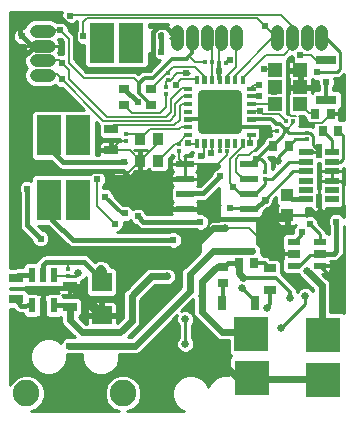
<source format=gtl>
G75*
%MOIN*%
%OFA0B0*%
%FSLAX24Y24*%
%IPPOS*%
%LPD*%
%AMOC8*
5,1,8,0,0,1.08239X$1,22.5*
%
%ADD10R,0.1167X0.1166*%
%ADD11R,0.0842X0.1376*%
%ADD12R,0.0842X0.1376*%
%ADD13C,0.0028*%
%ADD14C,0.0291*%
%ADD15R,0.0118X0.0118*%
%ADD16R,0.0472X0.0472*%
%ADD17R,0.0276X0.0354*%
%ADD18R,0.0709X0.0630*%
%ADD19R,0.0472X0.0315*%
%ADD20R,0.0354X0.0394*%
%ADD21R,0.0244X0.0480*%
%ADD22R,0.0669X0.0315*%
%ADD23R,0.0472X0.0197*%
%ADD24R,0.0197X0.0472*%
%ADD25R,0.0394X0.0433*%
%ADD26R,0.0610X0.0236*%
%ADD27C,0.0437*%
%ADD28R,0.0354X0.0315*%
%ADD29R,0.0130X0.0142*%
%ADD30R,0.0142X0.0130*%
%ADD31R,0.0354X0.0276*%
%ADD32C,0.0886*%
%ADD33R,0.0280X0.0500*%
%ADD34R,0.0400X0.0280*%
%ADD35R,0.0433X0.0236*%
%ADD36R,0.0433X0.0276*%
%ADD37C,0.0060*%
%ADD38C,0.0100*%
%ADD39C,0.0240*%
%ADD40C,0.0160*%
%ADD41C,0.0120*%
%ADD42C,0.0180*%
%ADD43C,0.0050*%
%ADD44C,0.0320*%
%ADD45C,0.0240*%
%ADD46C,0.0080*%
%ADD47C,0.0250*%
D10*
X009258Y002049D03*
X009248Y003529D03*
X011648Y003499D03*
X011648Y001979D03*
D11*
X002505Y007992D03*
D12*
X003478Y007992D03*
X003474Y010138D03*
X002497Y010138D03*
X004261Y013232D03*
X005236Y013230D03*
D13*
X006995Y011658D02*
X007243Y011658D01*
X006995Y011658D02*
X006995Y011768D01*
X007243Y011768D01*
X007243Y011658D01*
X007243Y011685D02*
X006995Y011685D01*
X006995Y011712D02*
X007243Y011712D01*
X007243Y011739D02*
X006995Y011739D01*
X006995Y011766D02*
X007243Y011766D01*
X007359Y011884D02*
X007469Y011884D01*
X007359Y011884D02*
X007359Y012132D01*
X007469Y012132D01*
X007469Y011884D01*
X007469Y011911D02*
X007359Y011911D01*
X007359Y011938D02*
X007469Y011938D01*
X007469Y011965D02*
X007359Y011965D01*
X007359Y011992D02*
X007469Y011992D01*
X007469Y012019D02*
X007359Y012019D01*
X007359Y012046D02*
X007469Y012046D01*
X007469Y012073D02*
X007359Y012073D01*
X007359Y012100D02*
X007469Y012100D01*
X007469Y012127D02*
X007359Y012127D01*
X007615Y011884D02*
X007725Y011884D01*
X007615Y011884D02*
X007615Y012132D01*
X007725Y012132D01*
X007725Y011884D01*
X007725Y011911D02*
X007615Y011911D01*
X007615Y011938D02*
X007725Y011938D01*
X007725Y011965D02*
X007615Y011965D01*
X007615Y011992D02*
X007725Y011992D01*
X007725Y012019D02*
X007615Y012019D01*
X007615Y012046D02*
X007725Y012046D01*
X007725Y012073D02*
X007615Y012073D01*
X007615Y012100D02*
X007725Y012100D01*
X007725Y012127D02*
X007615Y012127D01*
X007871Y011884D02*
X007981Y011884D01*
X007871Y011884D02*
X007871Y012132D01*
X007981Y012132D01*
X007981Y011884D01*
X007981Y011911D02*
X007871Y011911D01*
X007871Y011938D02*
X007981Y011938D01*
X007981Y011965D02*
X007871Y011965D01*
X007871Y011992D02*
X007981Y011992D01*
X007981Y012019D02*
X007871Y012019D01*
X007871Y012046D02*
X007981Y012046D01*
X007981Y012073D02*
X007871Y012073D01*
X007871Y012100D02*
X007981Y012100D01*
X007981Y012127D02*
X007871Y012127D01*
X008127Y011884D02*
X008237Y011884D01*
X008127Y011884D02*
X008127Y012132D01*
X008237Y012132D01*
X008237Y011884D01*
X008237Y011911D02*
X008127Y011911D01*
X008127Y011938D02*
X008237Y011938D01*
X008237Y011965D02*
X008127Y011965D01*
X008127Y011992D02*
X008237Y011992D01*
X008237Y012019D02*
X008127Y012019D01*
X008127Y012046D02*
X008237Y012046D01*
X008237Y012073D02*
X008127Y012073D01*
X008127Y012100D02*
X008237Y012100D01*
X008237Y012127D02*
X008127Y012127D01*
X008383Y011884D02*
X008493Y011884D01*
X008383Y011884D02*
X008383Y012132D01*
X008493Y012132D01*
X008493Y011884D01*
X008493Y011911D02*
X008383Y011911D01*
X008383Y011938D02*
X008493Y011938D01*
X008493Y011965D02*
X008383Y011965D01*
X008383Y011992D02*
X008493Y011992D01*
X008493Y012019D02*
X008383Y012019D01*
X008383Y012046D02*
X008493Y012046D01*
X008493Y012073D02*
X008383Y012073D01*
X008383Y012100D02*
X008493Y012100D01*
X008493Y012127D02*
X008383Y012127D01*
X008638Y011884D02*
X008748Y011884D01*
X008638Y011884D02*
X008638Y012132D01*
X008748Y012132D01*
X008748Y011884D01*
X008748Y011911D02*
X008638Y011911D01*
X008638Y011938D02*
X008748Y011938D01*
X008748Y011965D02*
X008638Y011965D01*
X008638Y011992D02*
X008748Y011992D01*
X008748Y012019D02*
X008638Y012019D01*
X008638Y012046D02*
X008748Y012046D01*
X008748Y012073D02*
X008638Y012073D01*
X008638Y012100D02*
X008748Y012100D01*
X008748Y012127D02*
X008638Y012127D01*
X008894Y011884D02*
X009004Y011884D01*
X008894Y011884D02*
X008894Y012132D01*
X009004Y012132D01*
X009004Y011884D01*
X009004Y011911D02*
X008894Y011911D01*
X008894Y011938D02*
X009004Y011938D01*
X009004Y011965D02*
X008894Y011965D01*
X008894Y011992D02*
X009004Y011992D01*
X009004Y012019D02*
X008894Y012019D01*
X008894Y012046D02*
X009004Y012046D01*
X009004Y012073D02*
X008894Y012073D01*
X008894Y012100D02*
X009004Y012100D01*
X009004Y012127D02*
X008894Y012127D01*
X009121Y011658D02*
X009369Y011658D01*
X009121Y011658D02*
X009121Y011768D01*
X009369Y011768D01*
X009369Y011658D01*
X009369Y011685D02*
X009121Y011685D01*
X009121Y011712D02*
X009369Y011712D01*
X009369Y011739D02*
X009121Y011739D01*
X009121Y011766D02*
X009369Y011766D01*
X009369Y011402D02*
X009121Y011402D01*
X009121Y011512D01*
X009369Y011512D01*
X009369Y011402D01*
X009369Y011429D02*
X009121Y011429D01*
X009121Y011456D02*
X009369Y011456D01*
X009369Y011483D02*
X009121Y011483D01*
X009121Y011510D02*
X009369Y011510D01*
X009369Y011146D02*
X009121Y011146D01*
X009121Y011256D01*
X009369Y011256D01*
X009369Y011146D01*
X009369Y011173D02*
X009121Y011173D01*
X009121Y011200D02*
X009369Y011200D01*
X009369Y011227D02*
X009121Y011227D01*
X009121Y011254D02*
X009369Y011254D01*
X009369Y010890D02*
X009121Y010890D01*
X009121Y011000D01*
X009369Y011000D01*
X009369Y010890D01*
X009369Y010917D02*
X009121Y010917D01*
X009121Y010944D02*
X009369Y010944D01*
X009369Y010971D02*
X009121Y010971D01*
X009121Y010998D02*
X009369Y010998D01*
X009369Y010634D02*
X009121Y010634D01*
X009121Y010744D01*
X009369Y010744D01*
X009369Y010634D01*
X009369Y010661D02*
X009121Y010661D01*
X009121Y010688D02*
X009369Y010688D01*
X009369Y010715D02*
X009121Y010715D01*
X009121Y010742D02*
X009369Y010742D01*
X009369Y010379D02*
X009121Y010379D01*
X009121Y010489D01*
X009369Y010489D01*
X009369Y010379D01*
X009369Y010406D02*
X009121Y010406D01*
X009121Y010433D02*
X009369Y010433D01*
X009369Y010460D02*
X009121Y010460D01*
X009121Y010487D02*
X009369Y010487D01*
X009369Y010123D02*
X009121Y010123D01*
X009121Y010233D01*
X009369Y010233D01*
X009369Y010123D01*
X009369Y010150D02*
X009121Y010150D01*
X009121Y010177D02*
X009369Y010177D01*
X009369Y010204D02*
X009121Y010204D01*
X009121Y010231D02*
X009369Y010231D01*
X009004Y009758D02*
X008894Y009758D01*
X008894Y010006D01*
X009004Y010006D01*
X009004Y009758D01*
X009004Y009785D02*
X008894Y009785D01*
X008894Y009812D02*
X009004Y009812D01*
X009004Y009839D02*
X008894Y009839D01*
X008894Y009866D02*
X009004Y009866D01*
X009004Y009893D02*
X008894Y009893D01*
X008894Y009920D02*
X009004Y009920D01*
X009004Y009947D02*
X008894Y009947D01*
X008894Y009974D02*
X009004Y009974D01*
X009004Y010001D02*
X008894Y010001D01*
X008748Y009758D02*
X008638Y009758D01*
X008638Y010006D01*
X008748Y010006D01*
X008748Y009758D01*
X008748Y009785D02*
X008638Y009785D01*
X008638Y009812D02*
X008748Y009812D01*
X008748Y009839D02*
X008638Y009839D01*
X008638Y009866D02*
X008748Y009866D01*
X008748Y009893D02*
X008638Y009893D01*
X008638Y009920D02*
X008748Y009920D01*
X008748Y009947D02*
X008638Y009947D01*
X008638Y009974D02*
X008748Y009974D01*
X008748Y010001D02*
X008638Y010001D01*
X008493Y009758D02*
X008383Y009758D01*
X008383Y010006D01*
X008493Y010006D01*
X008493Y009758D01*
X008493Y009785D02*
X008383Y009785D01*
X008383Y009812D02*
X008493Y009812D01*
X008493Y009839D02*
X008383Y009839D01*
X008383Y009866D02*
X008493Y009866D01*
X008493Y009893D02*
X008383Y009893D01*
X008383Y009920D02*
X008493Y009920D01*
X008493Y009947D02*
X008383Y009947D01*
X008383Y009974D02*
X008493Y009974D01*
X008493Y010001D02*
X008383Y010001D01*
X008237Y009758D02*
X008127Y009758D01*
X008127Y010006D01*
X008237Y010006D01*
X008237Y009758D01*
X008237Y009785D02*
X008127Y009785D01*
X008127Y009812D02*
X008237Y009812D01*
X008237Y009839D02*
X008127Y009839D01*
X008127Y009866D02*
X008237Y009866D01*
X008237Y009893D02*
X008127Y009893D01*
X008127Y009920D02*
X008237Y009920D01*
X008237Y009947D02*
X008127Y009947D01*
X008127Y009974D02*
X008237Y009974D01*
X008237Y010001D02*
X008127Y010001D01*
X007981Y009758D02*
X007871Y009758D01*
X007871Y010006D01*
X007981Y010006D01*
X007981Y009758D01*
X007981Y009785D02*
X007871Y009785D01*
X007871Y009812D02*
X007981Y009812D01*
X007981Y009839D02*
X007871Y009839D01*
X007871Y009866D02*
X007981Y009866D01*
X007981Y009893D02*
X007871Y009893D01*
X007871Y009920D02*
X007981Y009920D01*
X007981Y009947D02*
X007871Y009947D01*
X007871Y009974D02*
X007981Y009974D01*
X007981Y010001D02*
X007871Y010001D01*
X007725Y009758D02*
X007615Y009758D01*
X007615Y010006D01*
X007725Y010006D01*
X007725Y009758D01*
X007725Y009785D02*
X007615Y009785D01*
X007615Y009812D02*
X007725Y009812D01*
X007725Y009839D02*
X007615Y009839D01*
X007615Y009866D02*
X007725Y009866D01*
X007725Y009893D02*
X007615Y009893D01*
X007615Y009920D02*
X007725Y009920D01*
X007725Y009947D02*
X007615Y009947D01*
X007615Y009974D02*
X007725Y009974D01*
X007725Y010001D02*
X007615Y010001D01*
X007469Y009758D02*
X007359Y009758D01*
X007359Y010006D01*
X007469Y010006D01*
X007469Y009758D01*
X007469Y009785D02*
X007359Y009785D01*
X007359Y009812D02*
X007469Y009812D01*
X007469Y009839D02*
X007359Y009839D01*
X007359Y009866D02*
X007469Y009866D01*
X007469Y009893D02*
X007359Y009893D01*
X007359Y009920D02*
X007469Y009920D01*
X007469Y009947D02*
X007359Y009947D01*
X007359Y009974D02*
X007469Y009974D01*
X007469Y010001D02*
X007359Y010001D01*
X007243Y010123D02*
X006995Y010123D01*
X006995Y010233D01*
X007243Y010233D01*
X007243Y010123D01*
X007243Y010150D02*
X006995Y010150D01*
X006995Y010177D02*
X007243Y010177D01*
X007243Y010204D02*
X006995Y010204D01*
X006995Y010231D02*
X007243Y010231D01*
X007243Y010379D02*
X006995Y010379D01*
X006995Y010489D01*
X007243Y010489D01*
X007243Y010379D01*
X007243Y010406D02*
X006995Y010406D01*
X006995Y010433D02*
X007243Y010433D01*
X007243Y010460D02*
X006995Y010460D01*
X006995Y010487D02*
X007243Y010487D01*
X007243Y010634D02*
X006995Y010634D01*
X006995Y010744D01*
X007243Y010744D01*
X007243Y010634D01*
X007243Y010661D02*
X006995Y010661D01*
X006995Y010688D02*
X007243Y010688D01*
X007243Y010715D02*
X006995Y010715D01*
X006995Y010742D02*
X007243Y010742D01*
X007243Y010890D02*
X006995Y010890D01*
X006995Y011000D01*
X007243Y011000D01*
X007243Y010890D01*
X007243Y010917D02*
X006995Y010917D01*
X006995Y010944D02*
X007243Y010944D01*
X007243Y010971D02*
X006995Y010971D01*
X006995Y010998D02*
X007243Y010998D01*
X007243Y011146D02*
X006995Y011146D01*
X006995Y011256D01*
X007243Y011256D01*
X007243Y011146D01*
X007243Y011173D02*
X006995Y011173D01*
X006995Y011200D02*
X007243Y011200D01*
X007243Y011227D02*
X006995Y011227D01*
X006995Y011254D02*
X007243Y011254D01*
X007243Y011402D02*
X006995Y011402D01*
X006995Y011512D01*
X007243Y011512D01*
X007243Y011402D01*
X007243Y011429D02*
X006995Y011429D01*
X006995Y011456D02*
X007243Y011456D01*
X007243Y011483D02*
X006995Y011483D01*
X006995Y011510D02*
X007243Y011510D01*
D14*
X007599Y010362D02*
X008765Y010362D01*
X007599Y010362D02*
X007599Y011528D01*
X008765Y011528D01*
X008765Y010362D01*
X008765Y010652D02*
X007599Y010652D01*
X007599Y010942D02*
X008765Y010942D01*
X008765Y011232D02*
X007599Y011232D01*
X007599Y011522D02*
X008765Y011522D01*
D15*
X008407Y012542D03*
X008171Y012542D03*
X007935Y012587D03*
X007699Y012587D03*
X006474Y012209D03*
X006474Y011972D03*
X006411Y011766D03*
X006411Y011530D03*
X009712Y008920D03*
X009712Y008684D03*
X010418Y010609D03*
X010654Y010609D03*
X003129Y005680D03*
X003129Y005444D03*
D16*
X010048Y011181D03*
X010049Y011749D03*
X010047Y012318D03*
X010874Y012318D03*
X010876Y011749D03*
X010874Y011181D03*
D17*
X011386Y010859D03*
X011898Y010859D03*
X012137Y010291D03*
X011625Y010291D03*
X010497Y009776D03*
X009985Y009776D03*
X009337Y005888D03*
X008825Y005888D03*
D18*
X004265Y005251D03*
X004265Y004148D03*
D19*
X003194Y004411D03*
X003194Y005120D03*
X001390Y005386D03*
X001390Y004677D03*
X004567Y009647D03*
X004567Y010355D03*
D20*
X005543Y010029D03*
X006153Y010029D03*
X006153Y009301D03*
X005543Y009301D03*
D21*
X002673Y005494D03*
X002299Y005494D03*
X001925Y005494D03*
X001925Y004470D03*
X002299Y004470D03*
X002673Y004470D03*
D22*
X011754Y011314D03*
X011754Y012652D03*
D23*
X011936Y009577D03*
X011936Y009262D03*
X011936Y008947D03*
X011936Y008632D03*
X011936Y008317D03*
X011936Y008002D03*
X011070Y008002D03*
X011070Y008317D03*
X011070Y008632D03*
X011070Y008947D03*
X011070Y009262D03*
X011070Y009577D03*
D24*
X011503Y009616D03*
X011503Y007963D03*
D25*
X010451Y008149D03*
X010451Y007480D03*
D26*
X009159Y007683D03*
X009159Y008183D03*
X009159Y008683D03*
X009159Y009183D03*
X007033Y009183D03*
X007033Y008683D03*
X007033Y008183D03*
X007033Y007683D03*
D27*
X002501Y012146D02*
X002064Y012146D01*
X002064Y012638D02*
X002501Y012638D01*
X002501Y013130D02*
X002064Y013130D01*
X002064Y013622D02*
X002501Y013622D01*
X006777Y013619D02*
X006777Y013183D01*
X007269Y013183D02*
X007269Y013619D01*
X007761Y013619D02*
X007761Y013183D01*
X008253Y013183D02*
X008253Y013619D01*
X008745Y013619D02*
X008745Y013183D01*
X010111Y013183D02*
X010111Y013619D01*
X010603Y013619D02*
X010603Y013183D01*
X011095Y013183D02*
X011095Y013619D01*
X011587Y013619D02*
X011587Y013183D01*
D28*
X005912Y011696D03*
X005912Y011144D03*
X005006Y011144D03*
X005006Y011696D03*
D29*
X005074Y010179D03*
X005074Y009958D03*
X006841Y009840D03*
X006841Y009620D03*
X010095Y010296D03*
X010095Y010516D03*
X011099Y010223D03*
X011099Y010003D03*
D30*
X008443Y009605D03*
X008223Y009605D03*
D31*
X008321Y005744D03*
X008321Y005232D03*
D32*
X001752Y001538D03*
X004970Y001542D03*
D33*
X008281Y004558D03*
X009381Y004558D03*
D34*
X009871Y004993D03*
X009871Y005723D03*
D35*
X010658Y005794D03*
X010658Y006582D03*
X011524Y006582D03*
X011524Y005794D03*
D36*
X011524Y006188D03*
X010658Y006188D03*
D37*
X009159Y008183D02*
X008874Y008204D01*
X008649Y008426D01*
X008534Y008540D01*
X008532Y009343D01*
X008949Y009760D01*
X008949Y009882D01*
X008949Y009806D01*
X008954Y009878D02*
X008949Y009882D01*
X009191Y009888D02*
X009191Y010124D01*
X009245Y010178D01*
X009677Y009970D02*
X009681Y009970D01*
X009677Y009970D02*
X009819Y010112D01*
X009819Y010280D01*
X010070Y010282D01*
X010095Y010296D01*
X010392Y010321D02*
X010392Y010324D01*
X010435Y010324D01*
X010650Y010539D01*
X010654Y010609D01*
X010729Y010798D02*
X010571Y010798D01*
X010471Y010898D01*
X010471Y011608D01*
X010611Y011748D01*
X010875Y011748D01*
X010876Y011749D01*
X010882Y011755D01*
X010874Y012318D02*
X010791Y012314D01*
X010602Y012638D01*
X010889Y012805D02*
X011242Y012805D01*
X011394Y012652D01*
X011754Y012652D01*
X011685Y011994D02*
X011751Y011928D01*
X010619Y013104D02*
X010619Y013780D01*
X010231Y014168D01*
X003273Y014168D01*
X003239Y014202D01*
X003205Y014126D01*
X003655Y013925D02*
X003655Y013441D01*
X003655Y013925D02*
X003777Y014046D01*
X009441Y014047D01*
X010085Y013404D01*
X010094Y013395D01*
X010085Y013404D02*
X009983Y013404D01*
X008691Y012112D01*
X008441Y012108D02*
X008441Y012012D01*
X008438Y012008D01*
X008441Y012108D02*
X008745Y012412D01*
X008745Y013401D01*
X008253Y013401D02*
X008241Y013413D01*
X008171Y013343D01*
X008171Y012542D01*
X007935Y012587D02*
X007935Y013227D01*
X007761Y013401D01*
X008240Y013388D02*
X008253Y013401D01*
X007935Y012587D02*
X007935Y012018D01*
X007926Y012008D01*
X007920Y012014D01*
X008161Y012029D02*
X008182Y012008D01*
X008171Y012008D02*
X008181Y011988D01*
X008182Y012278D01*
X008161Y012029D02*
X008171Y012008D01*
X007671Y012010D02*
X007670Y012008D01*
X007661Y012017D01*
X007661Y012118D01*
X007358Y012422D01*
X006649Y012422D01*
X006474Y012247D01*
X006474Y012209D01*
X006425Y012209D01*
X005912Y011696D01*
X005505Y011880D02*
X005324Y012061D01*
X003670Y012061D01*
X003171Y012560D01*
X003171Y013356D01*
X002880Y013647D01*
X002607Y013647D01*
X002283Y013622D01*
X002283Y012651D02*
X002283Y012638D01*
X002283Y012651D02*
X002847Y012651D01*
X003169Y012329D01*
X003169Y012013D01*
X004424Y010758D01*
X006421Y010758D01*
X006571Y010908D01*
X006571Y011348D01*
X006936Y011713D01*
X007119Y011713D01*
X007114Y011708D01*
X007108Y011468D02*
X007119Y011457D01*
X006980Y011457D01*
X006721Y011198D01*
X006721Y010808D01*
X006541Y010628D01*
X004314Y010626D01*
X002771Y012169D01*
X002306Y012169D01*
X002283Y012146D01*
X004567Y010355D02*
X004689Y010478D01*
X006671Y010478D01*
X006861Y010668D01*
X006861Y011118D01*
X006941Y011198D01*
X007116Y011198D01*
X007119Y011201D01*
X007119Y010689D02*
X007030Y010689D01*
X007114Y010438D02*
X007119Y010434D01*
X006916Y010434D01*
X006831Y010348D01*
X005862Y010348D01*
X005543Y010029D01*
X005207Y009647D02*
X004567Y009647D01*
X005207Y009647D02*
X005543Y009301D01*
X005100Y008858D01*
X005071Y008858D01*
X005543Y009301D02*
X006143Y009901D01*
X006153Y010029D01*
X006692Y009840D02*
X006841Y009840D01*
X006826Y009856D02*
X006831Y009861D01*
X006831Y009890D01*
X007119Y010178D01*
X007141Y009888D02*
X007161Y009868D01*
X007400Y009868D01*
X007414Y009882D01*
X007670Y009882D02*
X007670Y009419D01*
X007575Y009449D01*
X007909Y009551D02*
X007928Y009554D01*
X007926Y009882D01*
X008181Y009882D02*
X008182Y009882D01*
X008191Y009873D01*
X008191Y009622D01*
X008205Y009608D01*
X008223Y009605D01*
X008443Y009605D02*
X008445Y009558D01*
X008445Y009478D01*
X008148Y009182D01*
X007033Y009183D01*
X006841Y009357D01*
X006841Y009620D01*
X006692Y009840D02*
X006153Y009301D01*
X007033Y009183D02*
X007033Y008683D01*
X008736Y008933D02*
X008733Y009365D01*
X008843Y009473D01*
X009178Y009471D01*
X009433Y009726D01*
X009440Y009726D01*
X009433Y009726D02*
X009677Y009970D01*
X009822Y010109D02*
X009819Y010280D01*
X009732Y010381D01*
X009256Y010678D02*
X009245Y010689D01*
X009245Y010945D02*
X009544Y010945D01*
X009642Y010852D01*
X010179Y010852D01*
X010418Y010609D01*
X010392Y010364D02*
X010392Y010324D01*
X010048Y011181D02*
X009947Y011201D01*
X009245Y011201D01*
X009245Y011457D02*
X009246Y011458D01*
X009521Y011458D01*
X009245Y011713D02*
X009341Y011810D01*
X009501Y011808D01*
X009999Y011636D02*
X009994Y011584D01*
X009999Y011636D02*
X010049Y011749D01*
X010047Y012318D02*
X009984Y012355D01*
X009687Y012353D01*
X009748Y012827D02*
X010341Y012826D01*
X010619Y013104D01*
X009748Y012827D02*
X008930Y012009D01*
X008949Y012008D01*
X007699Y012587D02*
X007372Y012587D01*
X007219Y012740D01*
X007147Y012740D01*
X006914Y012008D02*
X006729Y011823D01*
X006914Y012008D02*
X007414Y012008D01*
X006474Y011972D02*
X006411Y011910D01*
X006411Y011766D01*
X006411Y011530D02*
X006411Y011076D01*
X006223Y010888D01*
X005263Y010888D01*
X005006Y011144D01*
X004112Y008674D02*
X004111Y007780D01*
X004701Y007191D01*
X005037Y007538D02*
X005038Y007544D01*
X003129Y005894D02*
X003129Y005680D01*
X003129Y005894D02*
X003079Y005923D01*
X008736Y008933D02*
X008871Y008798D01*
X009159Y008683D01*
X009184Y009161D02*
X009378Y009355D01*
X009405Y009355D01*
X009184Y009161D02*
X009159Y009183D01*
X009712Y008684D02*
X009710Y008657D01*
D38*
X009712Y008684D02*
X009716Y008688D01*
X009931Y008688D01*
X010505Y009262D01*
X011070Y009262D01*
X011070Y009577D02*
X011291Y009577D01*
X011266Y009602D01*
X011291Y009577D02*
X011463Y009577D01*
X011503Y009616D01*
X011311Y009808D01*
X011311Y010108D01*
X011196Y010223D01*
X011099Y010223D01*
X010493Y010223D01*
X010392Y010324D01*
X010301Y010233D01*
X010301Y010138D01*
X009985Y009822D01*
X009985Y009776D01*
X009826Y009776D01*
X009405Y009355D01*
X009557Y009355D01*
X009710Y009203D01*
X009710Y008922D01*
X009712Y008920D01*
X009712Y008684D02*
X009712Y008519D01*
X009374Y008181D01*
X009372Y008183D01*
X009159Y008183D01*
X008892Y008183D01*
X008649Y008426D01*
X008171Y008376D02*
X008171Y007858D01*
X008201Y007828D01*
X008171Y007799D01*
X008171Y007298D01*
X007921Y007298D01*
X007840Y007218D01*
X007840Y007312D01*
X007796Y007419D01*
X007714Y007500D01*
X007608Y007545D01*
X007492Y007545D01*
X007487Y007542D01*
X007488Y007545D01*
X007488Y007674D01*
X007042Y007674D01*
X007042Y007692D01*
X007488Y007692D01*
X007488Y007821D01*
X007478Y007859D01*
X007458Y007893D01*
X007433Y007919D01*
X007468Y007954D01*
X007696Y007954D01*
X007788Y007992D01*
X008171Y008376D01*
X008171Y008302D02*
X008098Y008302D01*
X008171Y008204D02*
X007999Y008204D01*
X007901Y008105D02*
X008171Y008105D01*
X008171Y008007D02*
X007802Y008007D01*
X007488Y007810D02*
X008182Y007810D01*
X008171Y007908D02*
X007444Y007908D01*
X007488Y007711D02*
X008171Y007711D01*
X008171Y007613D02*
X007488Y007613D01*
X007681Y007514D02*
X008171Y007514D01*
X008171Y007416D02*
X007797Y007416D01*
X007838Y007317D02*
X008171Y007317D01*
X007841Y007219D02*
X007840Y007219D01*
X007821Y007151D02*
X007821Y006808D01*
X007631Y006808D01*
X007531Y006709D01*
X007531Y006268D01*
X007027Y005764D01*
X006945Y005682D01*
X006901Y005576D01*
X006901Y005078D01*
X005241Y003418D01*
X005131Y003418D01*
X005425Y003712D01*
X005507Y003794D01*
X005551Y003900D01*
X005551Y004668D01*
X006031Y005148D01*
X006380Y005148D01*
X006392Y005143D01*
X006510Y005143D01*
X006618Y005188D01*
X006701Y005271D01*
X006746Y005379D01*
X006746Y005497D01*
X006701Y005605D01*
X006618Y005688D01*
X006510Y005733D01*
X006392Y005733D01*
X006380Y005728D01*
X005853Y005728D01*
X005747Y005684D01*
X005665Y005602D01*
X005097Y005034D01*
X005097Y005034D01*
X005015Y004952D01*
X004971Y004846D01*
X004971Y004078D01*
X004769Y003876D01*
X004769Y004098D01*
X004315Y004098D01*
X004315Y004198D01*
X004769Y004198D01*
X004769Y004483D01*
X004759Y004521D01*
X004739Y004555D01*
X004711Y004583D01*
X004677Y004603D01*
X004639Y004613D01*
X004315Y004613D01*
X004315Y004198D01*
X004215Y004198D01*
X004215Y004098D01*
X003760Y004098D01*
X003760Y003868D01*
X003731Y003868D01*
X003508Y004091D01*
X003600Y004183D01*
X003600Y004639D01*
X003501Y004739D01*
X002965Y004739D01*
X002965Y004781D01*
X002932Y004814D01*
X002938Y004812D01*
X003165Y004812D01*
X003165Y005091D01*
X003223Y005091D01*
X003223Y005148D01*
X003580Y005148D01*
X003580Y005290D01*
X003648Y005318D01*
X003731Y005401D01*
X003740Y005423D01*
X003740Y004865D01*
X003840Y004766D01*
X004689Y004766D01*
X004789Y004865D01*
X004789Y005636D01*
X004689Y005736D01*
X004577Y005736D01*
X004573Y005768D01*
X004507Y005881D01*
X004403Y005961D01*
X004276Y005995D01*
X004146Y005978D01*
X004043Y005918D01*
X003818Y006143D01*
X003722Y006183D01*
X002425Y006183D01*
X002375Y006184D01*
X002373Y006183D01*
X002371Y006183D01*
X002325Y006164D01*
X002279Y006146D01*
X002277Y006144D01*
X002275Y006143D01*
X002240Y006108D01*
X002155Y006026D01*
X002153Y006025D01*
X002118Y005990D01*
X002082Y005955D01*
X002081Y005953D01*
X002080Y005952D01*
X002061Y005906D01*
X002060Y005904D01*
X001732Y005904D01*
X001633Y005804D01*
X001633Y005756D01*
X001515Y005758D01*
X001499Y005762D01*
X001464Y005758D01*
X001429Y005758D01*
X001413Y005752D01*
X001396Y005750D01*
X001366Y005733D01*
X001333Y005720D01*
X001327Y005714D01*
X001211Y005714D01*
X001211Y014268D01*
X002950Y014268D01*
X002915Y014184D01*
X002915Y014068D01*
X002959Y013962D01*
X003041Y013880D01*
X003147Y013836D01*
X003263Y013836D01*
X003369Y013880D01*
X003451Y013962D01*
X003454Y013968D01*
X003455Y013968D01*
X003455Y013926D01*
X003455Y013843D01*
X003455Y013651D01*
X003409Y013605D01*
X003365Y013499D01*
X003365Y013445D01*
X003161Y013649D01*
X003161Y013696D01*
X003117Y013802D01*
X003035Y013884D01*
X002929Y013928D01*
X002813Y013928D01*
X002765Y013908D01*
X002721Y013952D01*
X002578Y014011D01*
X001987Y014011D01*
X001844Y013952D01*
X001735Y013842D01*
X001682Y013714D01*
X001649Y013728D01*
X001533Y013728D01*
X001427Y013684D01*
X001345Y013602D01*
X001301Y013496D01*
X001301Y013380D01*
X001345Y013274D01*
X001427Y013192D01*
X001533Y013148D01*
X001649Y013148D01*
X001696Y013168D01*
X001696Y013167D01*
X001696Y013130D01*
X001696Y013094D01*
X001710Y013023D01*
X001738Y012956D01*
X001776Y012899D01*
X001735Y012858D01*
X001676Y012715D01*
X001676Y012561D01*
X001735Y012418D01*
X001761Y012392D01*
X001735Y012366D01*
X001676Y012223D01*
X001676Y012069D01*
X001735Y011926D01*
X001844Y011817D01*
X001987Y011758D01*
X002578Y011758D01*
X002721Y011817D01*
X002722Y011817D01*
X002777Y011762D01*
X002883Y011718D01*
X002939Y011718D01*
X003661Y010996D01*
X002983Y010996D01*
X002006Y010996D01*
X001906Y010897D01*
X001906Y009380D01*
X002006Y009280D01*
X002578Y009280D01*
X002787Y009072D01*
X002822Y009036D01*
X002823Y009036D01*
X002868Y009017D01*
X002914Y008998D01*
X002914Y008998D01*
X002915Y008998D01*
X002964Y008998D01*
X004561Y008998D01*
X004561Y008898D01*
X004661Y008798D01*
X005242Y008798D01*
X005341Y008898D01*
X005341Y008956D01*
X005346Y008954D01*
X005504Y008954D01*
X005504Y009263D01*
X005582Y009263D01*
X005582Y008954D01*
X005740Y008954D01*
X005778Y008965D01*
X005812Y008984D01*
X005834Y009006D01*
X005906Y008934D01*
X006401Y008934D01*
X006500Y009034D01*
X006500Y009365D01*
X006623Y009488D01*
X006638Y009488D01*
X006656Y009457D01*
X006672Y009441D01*
X006670Y009441D01*
X006636Y009421D01*
X006608Y009393D01*
X006588Y009359D01*
X006578Y009321D01*
X006578Y009192D01*
X007024Y009192D01*
X007024Y009174D01*
X007042Y009174D01*
X007042Y008692D01*
X007488Y008692D01*
X007488Y008821D01*
X007478Y008859D01*
X007458Y008893D01*
X007955Y008893D01*
X007936Y008848D02*
X007543Y008454D01*
X007439Y008454D01*
X007458Y008473D01*
X007478Y008507D01*
X007488Y008545D01*
X007488Y008674D01*
X007042Y008674D01*
X007042Y008692D01*
X007024Y008692D01*
X007024Y008674D01*
X006578Y008674D01*
X006578Y008545D01*
X006588Y008507D01*
X006608Y008473D01*
X006634Y008447D01*
X006558Y008372D01*
X006558Y007995D01*
X006634Y007919D01*
X006608Y007893D01*
X006588Y007859D01*
X006578Y007821D01*
X006578Y007692D01*
X007024Y007692D01*
X007024Y007674D01*
X006578Y007674D01*
X006578Y007545D01*
X006588Y007507D01*
X006590Y007505D01*
X005758Y007505D01*
X005718Y007601D01*
X005636Y007683D01*
X005530Y007727D01*
X005414Y007727D01*
X005308Y007683D01*
X005296Y007671D01*
X005283Y007702D01*
X005201Y007784D01*
X005095Y007828D01*
X004979Y007828D01*
X004970Y007824D01*
X004661Y008132D01*
X004661Y008155D01*
X004617Y008261D01*
X004535Y008343D01*
X004429Y008387D01*
X004313Y008387D01*
X004312Y008386D01*
X004312Y008464D01*
X004358Y008510D01*
X004402Y008616D01*
X004402Y008732D01*
X004358Y008838D01*
X004276Y008920D01*
X004170Y008964D01*
X004054Y008964D01*
X003948Y008920D01*
X003878Y008850D01*
X002987Y008850D01*
X002014Y008850D01*
X001914Y008751D01*
X001914Y008621D01*
X001838Y008652D01*
X001722Y008652D01*
X001616Y008608D01*
X001534Y008526D01*
X001490Y008420D01*
X001490Y008304D01*
X001530Y008208D01*
X001530Y007104D01*
X001536Y007090D01*
X001536Y007087D01*
X001574Y006996D01*
X001645Y006925D01*
X001943Y006626D01*
X001983Y006530D01*
X002065Y006448D01*
X002171Y006404D01*
X002287Y006404D01*
X002393Y006448D01*
X002475Y006530D01*
X002519Y006636D01*
X002519Y006752D01*
X002475Y006858D01*
X002393Y006940D01*
X002297Y006980D01*
X002143Y007134D01*
X002468Y007134D01*
X002479Y007123D01*
X003160Y006442D01*
X003252Y006404D01*
X006490Y006404D01*
X006586Y006364D01*
X006701Y006364D01*
X006808Y006408D01*
X006890Y006489D01*
X006934Y006596D01*
X006934Y006711D01*
X006890Y006818D01*
X006808Y006899D01*
X006701Y006944D01*
X006586Y006944D01*
X006490Y006904D01*
X004765Y006904D01*
X004865Y006945D01*
X004947Y007027D01*
X004991Y007133D01*
X004991Y007248D01*
X005095Y007248D01*
X005201Y007292D01*
X005213Y007304D01*
X005226Y007273D01*
X005308Y007191D01*
X005404Y007151D01*
X005513Y007043D01*
X005605Y007005D01*
X007396Y007005D01*
X007492Y006965D01*
X007608Y006965D01*
X007714Y007009D01*
X007796Y007090D01*
X007821Y007151D01*
X007821Y007120D02*
X007808Y007120D01*
X007821Y007022D02*
X007727Y007022D01*
X007821Y006923D02*
X006751Y006923D01*
X006883Y006825D02*
X007821Y006825D01*
X007549Y006726D02*
X006928Y006726D01*
X006934Y006628D02*
X007531Y006628D01*
X007531Y006529D02*
X006906Y006529D01*
X006831Y006431D02*
X007531Y006431D01*
X007531Y006332D02*
X001211Y006332D01*
X001211Y006234D02*
X007496Y006234D01*
X007398Y006135D02*
X003826Y006135D01*
X003924Y006037D02*
X007299Y006037D01*
X007201Y005938D02*
X004433Y005938D01*
X004531Y005840D02*
X007102Y005840D01*
X007004Y005741D02*
X004576Y005741D01*
X004782Y005643D02*
X005705Y005643D01*
X005607Y005544D02*
X004789Y005544D01*
X004789Y005446D02*
X005508Y005446D01*
X005410Y005347D02*
X004789Y005347D01*
X004789Y005249D02*
X005311Y005249D01*
X005213Y005150D02*
X004789Y005150D01*
X004789Y005052D02*
X005114Y005052D01*
X005016Y004953D02*
X004789Y004953D01*
X004778Y004855D02*
X004975Y004855D01*
X004971Y004756D02*
X002965Y004756D01*
X002832Y004880D02*
X002480Y004880D01*
X002456Y004856D01*
X002441Y004860D01*
X002310Y004860D01*
X002310Y004481D01*
X002288Y004481D01*
X002288Y004860D01*
X002157Y004860D01*
X002142Y004856D01*
X002117Y004880D01*
X001796Y004880D01*
X001796Y004905D01*
X001697Y005005D01*
X001211Y005005D01*
X001211Y005059D01*
X001697Y005059D01*
X001727Y005089D01*
X001732Y005084D01*
X002808Y005084D01*
X002808Y004943D01*
X002818Y004904D01*
X002832Y004880D01*
X002808Y004953D02*
X001749Y004953D01*
X001211Y005052D02*
X002808Y005052D01*
X003165Y005052D02*
X003223Y005052D01*
X003223Y005091D02*
X003223Y004812D01*
X003450Y004812D01*
X003488Y004822D01*
X003522Y004842D01*
X003550Y004870D01*
X003570Y004904D01*
X003580Y004943D01*
X003580Y005091D01*
X003223Y005091D01*
X003223Y004953D02*
X003165Y004953D01*
X003165Y004855D02*
X003223Y004855D01*
X003535Y004855D02*
X003751Y004855D01*
X003740Y004953D02*
X003580Y004953D01*
X003580Y005052D02*
X003740Y005052D01*
X003740Y005150D02*
X003580Y005150D01*
X003580Y005249D02*
X003740Y005249D01*
X003740Y005347D02*
X003677Y005347D01*
X003481Y005568D02*
X003357Y005444D01*
X003129Y005444D01*
X003582Y004658D02*
X004971Y004658D01*
X004971Y004559D02*
X004735Y004559D01*
X004769Y004461D02*
X004971Y004461D01*
X004971Y004362D02*
X004769Y004362D01*
X004769Y004264D02*
X004971Y004264D01*
X004971Y004165D02*
X004315Y004165D01*
X004315Y004264D02*
X004215Y004264D01*
X004215Y004198D02*
X004215Y004613D01*
X003891Y004613D01*
X003853Y004603D01*
X003818Y004583D01*
X003790Y004555D01*
X003771Y004521D01*
X003760Y004483D01*
X003760Y004198D01*
X004215Y004198D01*
X004215Y004165D02*
X003582Y004165D01*
X003600Y004264D02*
X003760Y004264D01*
X003760Y004362D02*
X003600Y004362D01*
X003600Y004461D02*
X003760Y004461D01*
X003794Y004559D02*
X003600Y004559D01*
X003234Y004371D02*
X003194Y004411D01*
X002904Y004084D02*
X002904Y003938D01*
X002948Y003831D01*
X003361Y003418D01*
X003113Y003418D01*
X003007Y003374D01*
X002925Y003292D01*
X002899Y003228D01*
X002835Y003292D01*
X002608Y003386D01*
X002362Y003386D01*
X002135Y003292D01*
X001962Y003118D01*
X001868Y002891D01*
X001868Y002646D01*
X001962Y002419D01*
X002135Y002245D01*
X002362Y002151D01*
X002608Y002151D01*
X002835Y002245D01*
X003008Y002419D01*
X003102Y002646D01*
X003102Y002843D01*
X003113Y002838D01*
X003620Y002838D01*
X003620Y002646D01*
X003714Y002419D01*
X003887Y002245D01*
X004114Y002151D01*
X004360Y002151D01*
X004587Y002245D01*
X004760Y002419D01*
X004854Y002646D01*
X004854Y002838D01*
X005419Y002838D01*
X005525Y002882D01*
X006789Y004146D01*
X006756Y004067D01*
X006756Y003949D01*
X006801Y003841D01*
X006831Y003811D01*
X006831Y003385D01*
X006801Y003355D01*
X006756Y003247D01*
X006756Y003129D01*
X006801Y003021D01*
X006884Y002938D01*
X006992Y002893D01*
X007110Y002893D01*
X007218Y002938D01*
X007301Y003021D01*
X007346Y003129D01*
X007346Y003247D01*
X007301Y003355D01*
X007271Y003385D01*
X007271Y003811D01*
X007301Y003841D01*
X007346Y003949D01*
X007346Y004067D01*
X007301Y004175D01*
X007218Y004258D01*
X007110Y004303D01*
X006992Y004303D01*
X006914Y004270D01*
X007321Y004678D01*
X007321Y004200D01*
X007365Y004094D01*
X008025Y003434D01*
X008107Y003352D01*
X008213Y003308D01*
X008494Y003308D01*
X008494Y002876D01*
X008586Y002784D01*
X008504Y002703D01*
X008504Y002154D01*
X008284Y002154D01*
X008053Y002059D01*
X007877Y001882D01*
X007818Y001740D01*
X007759Y001882D01*
X007583Y002059D01*
X007352Y002154D01*
X007103Y002154D01*
X006872Y002059D01*
X006696Y001882D01*
X006600Y001652D01*
X006600Y001402D01*
X006696Y001172D01*
X006872Y000995D01*
X007010Y000938D01*
X005114Y000938D01*
X005318Y001022D01*
X005490Y001195D01*
X005583Y001420D01*
X005583Y001664D01*
X005490Y001889D01*
X005318Y002062D01*
X005092Y002155D01*
X004848Y002155D01*
X004623Y002062D01*
X004451Y001889D01*
X004357Y001664D01*
X004357Y001420D01*
X004451Y001195D01*
X004623Y001022D01*
X004827Y000938D01*
X001905Y000938D01*
X002099Y001019D01*
X002271Y001191D01*
X002365Y001416D01*
X002365Y001660D01*
X002271Y001885D01*
X002099Y002058D01*
X001874Y002151D01*
X001630Y002151D01*
X001405Y002058D01*
X001232Y001885D01*
X001211Y001834D01*
X001211Y004350D01*
X001330Y004350D01*
X001349Y004328D01*
X001353Y004319D01*
X001383Y004290D01*
X001410Y004258D01*
X001419Y004254D01*
X001427Y004246D01*
X001465Y004231D01*
X001502Y004212D01*
X001513Y004211D01*
X001522Y004207D01*
X001564Y004208D01*
X001606Y004205D01*
X001615Y004208D01*
X001633Y004208D01*
X001633Y004160D01*
X001732Y004060D01*
X002117Y004060D01*
X002142Y004084D01*
X002157Y004080D01*
X002288Y004080D01*
X002288Y004459D01*
X002310Y004459D01*
X002310Y004080D01*
X002441Y004080D01*
X002456Y004084D01*
X002480Y004060D01*
X002865Y004060D01*
X002889Y004084D01*
X002904Y004084D01*
X002904Y004067D02*
X002872Y004067D01*
X002904Y003968D02*
X001211Y003968D01*
X001211Y003870D02*
X002932Y003870D01*
X003008Y003771D02*
X001211Y003771D01*
X001211Y003673D02*
X003107Y003673D01*
X003205Y003574D02*
X001211Y003574D01*
X001211Y003476D02*
X003304Y003476D01*
X003014Y003377D02*
X002629Y003377D01*
X002848Y003279D02*
X002920Y003279D01*
X003102Y002786D02*
X003620Y002786D01*
X003620Y002688D02*
X003102Y002688D01*
X003079Y002589D02*
X003643Y002589D01*
X003684Y002491D02*
X003038Y002491D01*
X002982Y002392D02*
X003740Y002392D01*
X003839Y002294D02*
X002883Y002294D01*
X002714Y002195D02*
X004008Y002195D01*
X004466Y002195D02*
X008504Y002195D01*
X008504Y002294D02*
X004635Y002294D01*
X004734Y002392D02*
X008504Y002392D01*
X008504Y002491D02*
X004790Y002491D01*
X004831Y002589D02*
X008504Y002589D01*
X008504Y002688D02*
X004854Y002688D01*
X004854Y002786D02*
X008584Y002786D01*
X008494Y002885D02*
X005528Y002885D01*
X005626Y002983D02*
X006839Y002983D01*
X006776Y003082D02*
X005725Y003082D01*
X005823Y003180D02*
X006756Y003180D01*
X006769Y003279D02*
X005922Y003279D01*
X006020Y003377D02*
X006823Y003377D01*
X006831Y003476D02*
X006119Y003476D01*
X006217Y003574D02*
X006831Y003574D01*
X006831Y003673D02*
X006316Y003673D01*
X006414Y003771D02*
X006831Y003771D01*
X006789Y003870D02*
X006513Y003870D01*
X006611Y003968D02*
X006756Y003968D01*
X006756Y004067D02*
X006710Y004067D01*
X007051Y004008D02*
X007051Y003188D01*
X007263Y002983D02*
X008494Y002983D01*
X008494Y003082D02*
X007326Y003082D01*
X007346Y003180D02*
X008494Y003180D01*
X008494Y003279D02*
X007333Y003279D01*
X007279Y003377D02*
X008082Y003377D01*
X007984Y003476D02*
X007271Y003476D01*
X007271Y003574D02*
X007885Y003574D01*
X007787Y003673D02*
X007271Y003673D01*
X007271Y003771D02*
X007688Y003771D01*
X007590Y003870D02*
X007313Y003870D01*
X007346Y003968D02*
X007491Y003968D01*
X007393Y004067D02*
X007346Y004067D01*
X007336Y004165D02*
X007305Y004165D01*
X007321Y004264D02*
X007205Y004264D01*
X007321Y004362D02*
X007005Y004362D01*
X007104Y004461D02*
X007321Y004461D01*
X007321Y004559D02*
X007202Y004559D01*
X007301Y004658D02*
X007321Y004658D01*
X006874Y005052D02*
X005935Y005052D01*
X005836Y004953D02*
X006776Y004953D01*
X006677Y004855D02*
X005738Y004855D01*
X005639Y004756D02*
X006579Y004756D01*
X006480Y004658D02*
X005551Y004658D01*
X005551Y004559D02*
X006382Y004559D01*
X006283Y004461D02*
X005551Y004461D01*
X005551Y004362D02*
X006185Y004362D01*
X006086Y004264D02*
X005551Y004264D01*
X005551Y004165D02*
X005988Y004165D01*
X005889Y004067D02*
X005551Y004067D01*
X005551Y003968D02*
X005791Y003968D01*
X005692Y003870D02*
X005538Y003870D01*
X005484Y003771D02*
X005594Y003771D01*
X005495Y003673D02*
X005386Y003673D01*
X005397Y003574D02*
X005287Y003574D01*
X005298Y003476D02*
X005189Y003476D01*
X004861Y003968D02*
X004769Y003968D01*
X004769Y004067D02*
X004959Y004067D01*
X004315Y004362D02*
X004215Y004362D01*
X004215Y004461D02*
X004315Y004461D01*
X004315Y004559D02*
X004215Y004559D01*
X003760Y004067D02*
X003533Y004067D01*
X003631Y003968D02*
X003760Y003968D01*
X003760Y003870D02*
X003730Y003870D01*
X002474Y004067D02*
X002124Y004067D01*
X002288Y004165D02*
X002310Y004165D01*
X002310Y004264D02*
X002288Y004264D01*
X002288Y004362D02*
X002310Y004362D01*
X002310Y004559D02*
X002288Y004559D01*
X002288Y004658D02*
X002310Y004658D01*
X002310Y004756D02*
X002288Y004756D01*
X002288Y004855D02*
X002310Y004855D01*
X001633Y004165D02*
X001211Y004165D01*
X001211Y004067D02*
X001726Y004067D01*
X001405Y004264D02*
X001211Y004264D01*
X001211Y003377D02*
X002341Y003377D01*
X002122Y003279D02*
X001211Y003279D01*
X001211Y003180D02*
X002024Y003180D01*
X001947Y003082D02*
X001211Y003082D01*
X001211Y002983D02*
X001906Y002983D01*
X001868Y002885D02*
X001211Y002885D01*
X001211Y002786D02*
X001868Y002786D01*
X001868Y002688D02*
X001211Y002688D01*
X001211Y002589D02*
X001891Y002589D01*
X001932Y002491D02*
X001211Y002491D01*
X001211Y002392D02*
X001988Y002392D01*
X002087Y002294D02*
X001211Y002294D01*
X001211Y002195D02*
X002256Y002195D01*
X002159Y001998D02*
X004560Y001998D01*
X004461Y001900D02*
X002257Y001900D01*
X002306Y001801D02*
X004414Y001801D01*
X004373Y001703D02*
X002347Y001703D01*
X002365Y001604D02*
X004357Y001604D01*
X004357Y001506D02*
X002365Y001506D01*
X002361Y001407D02*
X004363Y001407D01*
X004404Y001309D02*
X002320Y001309D01*
X002279Y001210D02*
X004444Y001210D01*
X004534Y001112D02*
X002192Y001112D01*
X002086Y001013D02*
X004646Y001013D01*
X005295Y001013D02*
X006854Y001013D01*
X006756Y001112D02*
X005407Y001112D01*
X005496Y001210D02*
X006680Y001210D01*
X006639Y001309D02*
X005537Y001309D01*
X005578Y001407D02*
X006600Y001407D01*
X006600Y001506D02*
X005583Y001506D01*
X005583Y001604D02*
X006600Y001604D01*
X006621Y001703D02*
X005567Y001703D01*
X005526Y001801D02*
X006662Y001801D01*
X006713Y001900D02*
X005480Y001900D01*
X005381Y001998D02*
X006812Y001998D01*
X006964Y002097D02*
X005233Y002097D01*
X004708Y002097D02*
X002005Y002097D01*
X001499Y002097D02*
X001211Y002097D01*
X001211Y001998D02*
X001345Y001998D01*
X001247Y001900D02*
X001211Y001900D01*
X001211Y005741D02*
X001381Y005741D01*
X001211Y005840D02*
X001668Y005840D01*
X002074Y005938D02*
X001211Y005938D01*
X001211Y006037D02*
X002166Y006037D01*
X002267Y006135D02*
X001211Y006135D01*
X001211Y006431D02*
X002107Y006431D01*
X001984Y006529D02*
X001211Y006529D01*
X001211Y006628D02*
X001942Y006628D01*
X001844Y006726D02*
X001211Y006726D01*
X001211Y006825D02*
X001745Y006825D01*
X001647Y006923D02*
X001211Y006923D01*
X001211Y007022D02*
X001563Y007022D01*
X001530Y007120D02*
X001211Y007120D01*
X001211Y007219D02*
X001530Y007219D01*
X001530Y007317D02*
X001211Y007317D01*
X001211Y007416D02*
X001530Y007416D01*
X001530Y007514D02*
X001211Y007514D01*
X001211Y007613D02*
X001530Y007613D01*
X001530Y007711D02*
X001211Y007711D01*
X001211Y007810D02*
X001530Y007810D01*
X001530Y007908D02*
X001211Y007908D01*
X001211Y008007D02*
X001530Y008007D01*
X001530Y008105D02*
X001211Y008105D01*
X001211Y008204D02*
X001530Y008204D01*
X001491Y008302D02*
X001211Y008302D01*
X001211Y008401D02*
X001490Y008401D01*
X001523Y008499D02*
X001211Y008499D01*
X001211Y008598D02*
X001605Y008598D01*
X001914Y008696D02*
X001211Y008696D01*
X001211Y008795D02*
X001958Y008795D01*
X001999Y009287D02*
X001211Y009287D01*
X001211Y009189D02*
X002670Y009189D01*
X002769Y009090D02*
X001211Y009090D01*
X001211Y008992D02*
X004561Y008992D01*
X004566Y008893D02*
X004303Y008893D01*
X004376Y008795D02*
X006578Y008795D01*
X006578Y008821D02*
X006578Y008692D01*
X007024Y008692D01*
X007024Y008951D01*
X007024Y009174D01*
X006578Y009174D01*
X006578Y009045D01*
X006588Y009007D01*
X006608Y008973D01*
X006636Y008945D01*
X006656Y008933D01*
X006636Y008921D01*
X006608Y008893D01*
X005337Y008893D01*
X005504Y008992D02*
X005582Y008992D01*
X005582Y009090D02*
X005504Y009090D01*
X005504Y009189D02*
X005582Y009189D01*
X005582Y009340D02*
X005504Y009340D01*
X005504Y009648D01*
X005346Y009648D01*
X005341Y009647D01*
X005341Y009663D01*
X005781Y009663D01*
X005781Y009636D01*
X005778Y009638D01*
X005740Y009648D01*
X005582Y009648D01*
X005582Y009340D01*
X005582Y009386D02*
X005504Y009386D01*
X005504Y009484D02*
X005582Y009484D01*
X005582Y009583D02*
X005504Y009583D01*
X004918Y009958D02*
X004859Y009958D01*
X004859Y009944D01*
X004823Y009954D01*
X004595Y009954D01*
X004595Y009793D01*
X004561Y009759D01*
X004561Y009675D01*
X004538Y009675D01*
X004538Y009618D01*
X004180Y009618D01*
X004180Y009498D01*
X004065Y009498D01*
X004065Y010592D01*
X004114Y010543D01*
X004160Y010497D01*
X004160Y010127D01*
X004260Y010028D01*
X004849Y010028D01*
X004859Y010018D01*
X004859Y009958D01*
X004918Y009958D01*
X004918Y009958D01*
X004859Y009977D02*
X004065Y009977D01*
X004065Y010075D02*
X004213Y010075D01*
X004160Y010174D02*
X004065Y010174D01*
X004065Y010272D02*
X004160Y010272D01*
X004160Y010371D02*
X004065Y010371D01*
X004065Y010469D02*
X004160Y010469D01*
X004114Y010543D02*
X004114Y010543D01*
X004090Y010568D02*
X004065Y010568D01*
X004273Y009944D02*
X004238Y009924D01*
X004210Y009896D01*
X004191Y009862D01*
X004180Y009824D01*
X004180Y009675D01*
X004538Y009675D01*
X004538Y009954D01*
X004311Y009954D01*
X004273Y009944D01*
X004200Y009878D02*
X004065Y009878D01*
X004065Y009780D02*
X004180Y009780D01*
X004180Y009681D02*
X004065Y009681D01*
X004065Y009583D02*
X004180Y009583D01*
X004538Y009681D02*
X004561Y009681D01*
X004538Y009780D02*
X004582Y009780D01*
X004595Y009878D02*
X004538Y009878D01*
X003921Y008893D02*
X001211Y008893D01*
X001211Y009386D02*
X001906Y009386D01*
X001906Y009484D02*
X001211Y009484D01*
X001211Y009583D02*
X001906Y009583D01*
X001906Y009681D02*
X001211Y009681D01*
X001211Y009780D02*
X001906Y009780D01*
X001906Y009878D02*
X001211Y009878D01*
X001211Y009977D02*
X001906Y009977D01*
X001906Y010075D02*
X001211Y010075D01*
X001211Y010174D02*
X001906Y010174D01*
X001906Y010272D02*
X001211Y010272D01*
X001211Y010371D02*
X001906Y010371D01*
X001906Y010469D02*
X001211Y010469D01*
X001211Y010568D02*
X001906Y010568D01*
X001906Y010666D02*
X001211Y010666D01*
X001211Y010765D02*
X001906Y010765D01*
X001906Y010863D02*
X001211Y010863D01*
X001211Y010962D02*
X001971Y010962D01*
X001211Y011060D02*
X003597Y011060D01*
X003499Y011159D02*
X001211Y011159D01*
X001211Y011257D02*
X003400Y011257D01*
X003302Y011356D02*
X001211Y011356D01*
X001211Y011454D02*
X003203Y011454D01*
X003105Y011553D02*
X001211Y011553D01*
X001211Y011651D02*
X003006Y011651D01*
X002807Y011750D02*
X001211Y011750D01*
X001211Y011848D02*
X001813Y011848D01*
X001726Y011947D02*
X001211Y011947D01*
X001211Y012045D02*
X001686Y012045D01*
X001676Y012144D02*
X001211Y012144D01*
X001211Y012242D02*
X001684Y012242D01*
X001724Y012341D02*
X001211Y012341D01*
X001211Y012439D02*
X001726Y012439D01*
X001685Y012538D02*
X001211Y012538D01*
X001211Y012636D02*
X001676Y012636D01*
X001684Y012735D02*
X001211Y012735D01*
X001211Y012833D02*
X001725Y012833D01*
X001754Y012932D02*
X001211Y012932D01*
X001211Y013030D02*
X001708Y013030D01*
X001696Y013129D02*
X001211Y013129D01*
X001211Y013227D02*
X001392Y013227D01*
X001324Y013326D02*
X001211Y013326D01*
X001211Y013424D02*
X001301Y013424D01*
X001312Y013523D02*
X001211Y013523D01*
X001211Y013621D02*
X001364Y013621D01*
X001513Y013720D02*
X001211Y013720D01*
X001211Y013818D02*
X001725Y013818D01*
X001684Y013720D02*
X001669Y013720D01*
X001809Y013917D02*
X001211Y013917D01*
X001211Y014015D02*
X002937Y014015D01*
X002957Y013917D02*
X003004Y013917D01*
X003101Y013818D02*
X003455Y013818D01*
X003455Y013843D02*
X003455Y013843D01*
X003455Y013917D02*
X003406Y013917D01*
X003455Y013720D02*
X003151Y013720D01*
X003189Y013621D02*
X003425Y013621D01*
X003375Y013523D02*
X003287Y013523D01*
X003371Y013369D02*
X003409Y013277D01*
X003491Y013195D01*
X003597Y013151D01*
X003670Y013151D01*
X003670Y012474D01*
X003770Y012374D01*
X004743Y012374D01*
X004745Y012372D01*
X005728Y012372D01*
X005827Y012472D01*
X005827Y012888D01*
X005947Y012888D01*
X005947Y012877D01*
X005991Y012771D01*
X006073Y012689D01*
X006179Y012645D01*
X006215Y012645D01*
X005865Y012295D01*
X005595Y012295D01*
X005484Y012184D01*
X005407Y012261D01*
X003753Y012261D01*
X003371Y012643D01*
X003371Y013369D01*
X003371Y013326D02*
X003389Y013326D01*
X003371Y013227D02*
X003459Y013227D01*
X003371Y013129D02*
X003670Y013129D01*
X003670Y013030D02*
X003371Y013030D01*
X003371Y012932D02*
X003670Y012932D01*
X003670Y012833D02*
X003371Y012833D01*
X003371Y012735D02*
X003670Y012735D01*
X003670Y012636D02*
X003378Y012636D01*
X003476Y012538D02*
X003670Y012538D01*
X003705Y012439D02*
X003575Y012439D01*
X003673Y012341D02*
X005910Y012341D01*
X006009Y012439D02*
X005795Y012439D01*
X005827Y012538D02*
X006107Y012538D01*
X006206Y012636D02*
X005827Y012636D01*
X005827Y012735D02*
X006028Y012735D01*
X005965Y012833D02*
X005827Y012833D01*
X005542Y012242D02*
X005426Y012242D01*
X005912Y011144D02*
X006023Y011144D01*
X007031Y012208D02*
X007031Y012222D01*
X007188Y012222D01*
X007175Y012208D01*
X007031Y012208D01*
X007175Y012208D02*
X007175Y012208D01*
X006777Y013401D02*
X006524Y013401D01*
X006777Y013401D01*
X006777Y013401D01*
X006524Y013401D02*
X006524Y013401D01*
X006417Y013697D02*
X006401Y013712D01*
X006388Y013717D01*
X006379Y013727D01*
X006287Y013765D01*
X006187Y013765D01*
X006096Y013727D01*
X006089Y013721D01*
X006072Y013738D01*
X005827Y013738D01*
X005827Y013847D01*
X006486Y013847D01*
X006450Y013794D01*
X006423Y013727D01*
X006417Y013697D01*
X006421Y013720D02*
X006386Y013720D01*
X006467Y013818D02*
X005827Y013818D01*
X002971Y013273D02*
X002971Y012838D01*
X002943Y012838D01*
X002930Y012851D01*
X002833Y012851D01*
X002830Y012858D01*
X002790Y012899D01*
X002828Y012956D01*
X002855Y013023D01*
X002869Y013094D01*
X002869Y013130D01*
X002283Y013130D01*
X002283Y013130D01*
X002869Y013130D01*
X002869Y013167D01*
X002855Y013238D01*
X002828Y013305D01*
X002793Y013357D01*
X002813Y013348D01*
X002896Y013348D01*
X002971Y013273D01*
X002971Y013227D02*
X002857Y013227D01*
X002869Y013129D02*
X002971Y013129D01*
X002971Y013030D02*
X002857Y013030D01*
X002811Y012932D02*
X002971Y012932D01*
X002919Y013326D02*
X002814Y013326D01*
X002283Y013130D02*
X002283Y013130D01*
X001696Y013130D01*
X002283Y013130D01*
X002756Y013917D02*
X002786Y013917D01*
X002915Y014114D02*
X001211Y014114D01*
X001211Y014212D02*
X002927Y014212D01*
X002983Y010996D02*
X002983Y010996D01*
X002823Y009036D02*
X002823Y009036D01*
X002987Y008850D02*
X002987Y008850D01*
X004312Y008401D02*
X006587Y008401D01*
X006593Y008499D02*
X004347Y008499D01*
X004394Y008598D02*
X006578Y008598D01*
X006578Y008696D02*
X004402Y008696D01*
X004576Y008302D02*
X006558Y008302D01*
X006558Y008204D02*
X004641Y008204D01*
X004688Y008105D02*
X006558Y008105D01*
X006558Y008007D02*
X004787Y008007D01*
X004885Y007908D02*
X006623Y007908D01*
X006578Y007810D02*
X005139Y007810D01*
X005274Y007711D02*
X005376Y007711D01*
X005568Y007711D02*
X006578Y007711D01*
X006578Y007613D02*
X005707Y007613D01*
X005754Y007514D02*
X006586Y007514D01*
X006537Y006923D02*
X004812Y006923D01*
X004942Y007022D02*
X005564Y007022D01*
X005436Y007120D02*
X004986Y007120D01*
X004991Y007219D02*
X005281Y007219D01*
X005758Y007505D02*
X005758Y007505D01*
X007024Y008696D02*
X007042Y008696D01*
X007042Y008795D02*
X007024Y008795D01*
X007024Y008893D02*
X007042Y008893D01*
X007042Y008992D02*
X007024Y008992D01*
X007024Y009090D02*
X007042Y009090D01*
X007024Y009189D02*
X006500Y009189D01*
X006500Y009287D02*
X006578Y009287D01*
X006604Y009386D02*
X006521Y009386D01*
X006619Y009484D02*
X006641Y009484D01*
X007021Y009451D02*
X007026Y009457D01*
X007045Y009488D01*
X007172Y009488D01*
X007270Y009587D01*
X007283Y009575D01*
X007313Y009575D01*
X007285Y009507D01*
X007285Y009451D01*
X007042Y009451D01*
X007042Y009192D01*
X007024Y009192D01*
X007024Y009451D01*
X007021Y009451D01*
X007042Y009484D02*
X007285Y009484D01*
X007275Y009583D02*
X007266Y009583D01*
X007042Y009386D02*
X007024Y009386D01*
X007024Y009287D02*
X007042Y009287D01*
X006578Y009090D02*
X006500Y009090D01*
X006458Y008992D02*
X006597Y008992D01*
X006608Y008893D02*
X006588Y008859D01*
X006578Y008821D01*
X005848Y008992D02*
X005820Y008992D01*
X007410Y008933D02*
X007430Y008945D01*
X007458Y008973D01*
X007478Y009007D01*
X007488Y009045D01*
X007488Y009171D01*
X007517Y009159D01*
X007580Y009159D01*
X007591Y009148D01*
X008181Y009148D01*
X008181Y009070D01*
X008164Y009070D01*
X008058Y009026D01*
X007976Y008944D01*
X007936Y008848D01*
X007883Y008795D02*
X007488Y008795D01*
X007488Y008696D02*
X007785Y008696D01*
X007686Y008598D02*
X007488Y008598D01*
X007473Y008499D02*
X007588Y008499D01*
X007458Y008893D02*
X007430Y008921D01*
X007410Y008933D01*
X007469Y008992D02*
X008023Y008992D01*
X008181Y009090D02*
X007488Y009090D01*
X008541Y007728D02*
X009114Y007728D01*
X009159Y007683D01*
X009451Y007395D02*
X009535Y007395D01*
X009634Y007495D01*
X009634Y007584D01*
X009762Y007711D01*
X009858Y007751D01*
X009859Y007752D01*
X009866Y007755D01*
X009936Y007825D01*
X009939Y007832D01*
X009940Y007833D01*
X009984Y007939D01*
X009984Y007976D01*
X010084Y008076D01*
X010084Y007862D01*
X010146Y007800D01*
X010134Y007788D01*
X010114Y007754D01*
X010104Y007716D01*
X010104Y007528D01*
X010251Y007528D01*
X010251Y007438D01*
X010258Y007431D01*
X010104Y007431D01*
X010104Y007243D01*
X010114Y007205D01*
X010134Y007171D01*
X010162Y007143D01*
X010196Y007123D01*
X010234Y007113D01*
X010402Y007113D01*
X010402Y007338D01*
X010499Y007338D01*
X010499Y007113D01*
X010667Y007113D01*
X010705Y007123D01*
X010731Y007138D01*
X010685Y007092D01*
X010641Y006986D01*
X010641Y006876D01*
X010635Y006870D01*
X010371Y006870D01*
X010272Y006770D01*
X010272Y006393D01*
X010297Y006367D01*
X010292Y006346D01*
X010292Y006207D01*
X010639Y006207D01*
X010639Y006169D01*
X010292Y006169D01*
X010292Y006031D01*
X010297Y006009D01*
X010272Y005983D01*
X010272Y005606D01*
X010371Y005506D01*
X010828Y005506D01*
X010851Y005451D01*
X010934Y005368D01*
X010948Y005362D01*
X011301Y005016D01*
X011301Y004965D01*
X011218Y005048D01*
X011110Y005093D01*
X010992Y005093D01*
X010884Y005048D01*
X010801Y004965D01*
X010775Y004902D01*
X010761Y004915D01*
X010761Y005023D01*
X010626Y005158D01*
X010241Y005543D01*
X010241Y005934D01*
X010142Y006033D01*
X009886Y006033D01*
X009801Y006118D01*
X009645Y006118D01*
X009645Y006136D01*
X009565Y006216D01*
X009571Y006230D01*
X009571Y006346D01*
X009527Y006452D01*
X009445Y006534D01*
X009441Y006536D01*
X009441Y007009D01*
X009431Y007019D01*
X009431Y007218D01*
X009451Y007238D01*
X009451Y007395D01*
X009451Y007317D02*
X010104Y007317D01*
X010110Y007219D02*
X009432Y007219D01*
X009431Y007120D02*
X010208Y007120D01*
X010402Y007120D02*
X010499Y007120D01*
X010499Y007219D02*
X010402Y007219D01*
X010402Y007317D02*
X010499Y007317D01*
X010452Y007478D02*
X010451Y007480D01*
X010452Y007478D02*
X011331Y007478D01*
X011503Y007650D01*
X011503Y007963D01*
X011503Y007963D01*
X011503Y008349D01*
X011529Y008349D01*
X011529Y008486D01*
X011551Y008507D01*
X011549Y008514D01*
X011549Y008632D01*
X011936Y008632D01*
X012322Y008632D01*
X012322Y008750D01*
X012312Y008788D01*
X012311Y008789D01*
X012312Y008790D01*
X012322Y008829D01*
X012322Y008947D01*
X012322Y009058D01*
X012331Y009067D01*
X012331Y008496D01*
X012320Y008507D01*
X012322Y008514D01*
X012322Y008632D01*
X011936Y008632D01*
X011936Y008632D01*
X011936Y008632D01*
X011936Y008698D01*
X011936Y008947D01*
X012322Y008947D01*
X011936Y008947D01*
X011936Y008947D01*
X011936Y008632D01*
X011959Y008608D01*
X012251Y008608D01*
X012301Y008558D01*
X012301Y007738D01*
X012151Y007588D01*
X011651Y007588D01*
X011503Y007737D01*
X011503Y007963D01*
X011503Y008349D01*
X011476Y008349D01*
X011476Y009210D01*
X011529Y009210D01*
X011529Y009093D01*
X011551Y009071D01*
X011549Y009065D01*
X011549Y008947D01*
X011936Y008947D01*
X011936Y008947D01*
X011936Y008947D01*
X011936Y008632D01*
X011936Y008632D01*
X011549Y008632D01*
X011549Y008750D01*
X011560Y008788D01*
X011560Y008789D01*
X011560Y008790D01*
X011549Y008829D01*
X011549Y008947D01*
X011936Y008947D01*
X011936Y008893D02*
X011936Y008893D01*
X011936Y008795D02*
X011936Y008795D01*
X011936Y008696D02*
X011936Y008696D01*
X012322Y008696D02*
X012331Y008696D01*
X012322Y008598D02*
X012331Y008598D01*
X012328Y008499D02*
X012331Y008499D01*
X012313Y008795D02*
X012331Y008795D01*
X012322Y008893D02*
X012331Y008893D01*
X012322Y008992D02*
X012331Y008992D01*
X012215Y009262D02*
X011936Y009262D01*
X012215Y009262D02*
X012291Y009338D01*
X012291Y010136D01*
X012137Y010291D01*
X012179Y010638D02*
X012185Y010662D01*
X012185Y010840D01*
X011916Y010840D01*
X011916Y010878D01*
X012185Y010878D01*
X012185Y011013D01*
X012259Y011086D01*
X012259Y011542D01*
X012159Y011641D01*
X011981Y011641D01*
X011981Y011748D01*
X011997Y011764D01*
X012041Y011870D01*
X012041Y011986D01*
X012019Y012038D01*
X012182Y012038D01*
X012311Y012167D01*
X012331Y012187D01*
X012331Y010638D01*
X012179Y010638D01*
X012185Y010666D02*
X012331Y010666D01*
X012331Y010765D02*
X012185Y010765D01*
X012331Y010863D02*
X011916Y010863D01*
X012185Y010962D02*
X012331Y010962D01*
X012331Y011060D02*
X012233Y011060D01*
X012259Y011159D02*
X012331Y011159D01*
X012331Y011257D02*
X012259Y011257D01*
X012259Y011356D02*
X012331Y011356D01*
X012331Y011454D02*
X012259Y011454D01*
X012248Y011553D02*
X012331Y011553D01*
X012331Y011651D02*
X011981Y011651D01*
X011983Y011750D02*
X012331Y011750D01*
X012331Y011848D02*
X012032Y011848D01*
X012041Y011947D02*
X012331Y011947D01*
X012331Y012045D02*
X012189Y012045D01*
X012288Y012144D02*
X012331Y012144D01*
X012201Y012368D02*
X012091Y012258D01*
X011431Y012258D01*
X011411Y012258D01*
X011258Y012021D02*
X011267Y012012D01*
X011373Y011968D01*
X011461Y011968D01*
X011461Y011870D01*
X011505Y011764D01*
X011521Y011748D01*
X011521Y011641D01*
X011349Y011641D01*
X011262Y011554D01*
X011262Y011699D01*
X010926Y011699D01*
X010926Y011799D01*
X011262Y011799D01*
X011262Y012005D01*
X011258Y012021D01*
X011262Y011947D02*
X011461Y011947D01*
X011470Y011848D02*
X011262Y011848D01*
X011262Y011651D02*
X011521Y011651D01*
X011520Y011750D02*
X010926Y011750D01*
X010882Y011755D02*
X010874Y011763D01*
X010874Y012318D01*
X010824Y012341D02*
X010453Y012341D01*
X010488Y012368D02*
X010824Y012368D01*
X010824Y012268D01*
X010488Y012268D01*
X010488Y012062D01*
X010496Y012029D01*
X010490Y012005D01*
X010490Y011799D01*
X010826Y011799D01*
X010826Y011699D01*
X010490Y011699D01*
X010490Y011509D01*
X010468Y011487D01*
X010468Y010874D01*
X010504Y010838D01*
X010473Y010838D01*
X010446Y010866D01*
X010454Y010874D01*
X010454Y011441D01*
X010455Y011443D01*
X010455Y012056D01*
X010453Y012058D01*
X010453Y012624D01*
X010438Y012640D01*
X010482Y012685D01*
X010541Y012743D01*
X010541Y012743D01*
X010592Y012794D01*
X010599Y012794D01*
X010599Y012747D01*
X010617Y012704D01*
X010580Y012694D01*
X010545Y012674D01*
X010518Y012646D01*
X010498Y012612D01*
X010488Y012574D01*
X010488Y012368D01*
X010488Y012439D02*
X010453Y012439D01*
X010453Y012538D02*
X010488Y012538D01*
X010512Y012636D02*
X010441Y012636D01*
X010533Y012735D02*
X010604Y012735D01*
X010488Y012242D02*
X010453Y012242D01*
X010453Y012144D02*
X010488Y012144D01*
X010492Y012045D02*
X010455Y012045D01*
X010455Y011947D02*
X010490Y011947D01*
X010490Y011848D02*
X010455Y011848D01*
X010455Y011750D02*
X010826Y011750D01*
X010826Y011799D02*
X010826Y012136D01*
X010824Y012136D01*
X010824Y012268D01*
X010924Y012268D01*
X010924Y011931D01*
X010926Y011931D01*
X010926Y011799D01*
X010826Y011799D01*
X010826Y011848D02*
X010926Y011848D01*
X010924Y011947D02*
X010826Y011947D01*
X010826Y012045D02*
X010924Y012045D01*
X010924Y012144D02*
X010824Y012144D01*
X010824Y012242D02*
X010924Y012242D01*
X010490Y011651D02*
X010455Y011651D01*
X010455Y011553D02*
X010490Y011553D01*
X010468Y011454D02*
X010455Y011454D01*
X010454Y011356D02*
X010468Y011356D01*
X010454Y011257D02*
X010468Y011257D01*
X010454Y011159D02*
X010468Y011159D01*
X010454Y011060D02*
X010468Y011060D01*
X010454Y010962D02*
X010468Y010962D01*
X010479Y010863D02*
X010449Y010863D01*
X010847Y010774D02*
X010984Y010774D01*
X011028Y010730D01*
X011078Y010672D01*
X011078Y010611D01*
X011178Y010512D01*
X011317Y010512D01*
X011317Y010413D01*
X011287Y010443D01*
X011255Y010443D01*
X011235Y010464D01*
X010964Y010464D01*
X010943Y010443D01*
X010847Y010443D01*
X010883Y010479D01*
X010883Y010738D01*
X010847Y010774D01*
X010857Y010765D02*
X010993Y010765D01*
X011078Y010666D02*
X010883Y010666D01*
X010883Y010568D02*
X011122Y010568D01*
X011317Y010469D02*
X010873Y010469D01*
X010723Y010003D02*
X010497Y009776D01*
X010131Y009411D01*
X010131Y009278D01*
X010011Y009287D02*
X009930Y009287D01*
X009930Y009294D02*
X009801Y009423D01*
X009794Y009429D01*
X010011Y009429D01*
X010011Y009079D01*
X009941Y009009D01*
X009941Y009050D01*
X009930Y009061D01*
X009930Y009294D01*
X009930Y009189D02*
X010011Y009189D01*
X010011Y009090D02*
X009930Y009090D01*
X010011Y009386D02*
X009838Y009386D01*
X009420Y009681D02*
X009394Y009681D01*
X009384Y009645D02*
X009358Y009645D01*
X009437Y009724D01*
X009481Y009830D01*
X009481Y009946D01*
X009473Y009967D01*
X009552Y010046D01*
X009552Y010309D01*
X009526Y010335D01*
X009532Y010357D01*
X009532Y010434D01*
X009532Y010459D01*
X009826Y010459D01*
X009860Y010426D01*
X009860Y010375D01*
X009880Y010355D01*
X009880Y010296D01*
X009939Y010296D01*
X009939Y010296D01*
X009880Y010296D01*
X009880Y010205D01*
X009890Y010167D01*
X009910Y010133D01*
X009919Y010123D01*
X009776Y010123D01*
X009677Y010024D01*
X009677Y009938D01*
X009384Y009645D01*
X009460Y009780D02*
X009518Y009780D01*
X009481Y009878D02*
X009617Y009878D01*
X009677Y009977D02*
X009483Y009977D01*
X009552Y010075D02*
X009728Y010075D01*
X009888Y010174D02*
X009552Y010174D01*
X009552Y010272D02*
X009880Y010272D01*
X009864Y010371D02*
X009532Y010371D01*
X009532Y010434D02*
X009245Y010434D01*
X009532Y010434D01*
X009245Y010434D02*
X009245Y010434D01*
X010723Y010003D02*
X011099Y010003D01*
X011625Y010291D02*
X011936Y009980D01*
X011936Y009577D01*
X011529Y009189D02*
X011476Y009189D01*
X011476Y009090D02*
X011532Y009090D01*
X011549Y008992D02*
X011476Y008992D01*
X011476Y008893D02*
X011549Y008893D01*
X011559Y008795D02*
X011476Y008795D01*
X011476Y008696D02*
X011549Y008696D01*
X011549Y008598D02*
X011476Y008598D01*
X011476Y008499D02*
X011543Y008499D01*
X011529Y008401D02*
X011476Y008401D01*
X011503Y008302D02*
X011503Y008302D01*
X011503Y008204D02*
X011503Y008204D01*
X011503Y008105D02*
X011503Y008105D01*
X011503Y008007D02*
X011503Y008007D01*
X011503Y007963D02*
X011503Y007576D01*
X011621Y007576D01*
X011659Y007587D01*
X011693Y007606D01*
X011721Y007634D01*
X011741Y007668D01*
X011751Y007707D01*
X011751Y007733D01*
X012242Y007733D01*
X012331Y007822D01*
X012331Y007412D01*
X012327Y007422D01*
X012245Y007504D01*
X012139Y007548D01*
X012023Y007548D01*
X011917Y007504D01*
X011835Y007422D01*
X011791Y007316D01*
X011791Y007200D01*
X011831Y007104D01*
X011831Y006850D01*
X011811Y006870D01*
X011744Y006870D01*
X011744Y006956D01*
X011481Y007219D01*
X011481Y007256D01*
X011437Y007362D01*
X011355Y007444D01*
X011249Y007488D01*
X011133Y007488D01*
X011071Y007462D01*
X011071Y007733D01*
X011254Y007733D01*
X011254Y007707D01*
X011264Y007668D01*
X011284Y007634D01*
X011312Y007606D01*
X011346Y007587D01*
X011384Y007576D01*
X011503Y007576D01*
X011503Y007963D01*
X011503Y007963D01*
X011503Y007908D02*
X011503Y007908D01*
X011503Y007810D02*
X011503Y007810D01*
X011503Y007711D02*
X011503Y007711D01*
X011503Y007613D02*
X011503Y007613D01*
X011699Y007613D02*
X012331Y007613D01*
X012331Y007711D02*
X011751Y007711D01*
X011941Y007514D02*
X011071Y007514D01*
X011071Y007613D02*
X011306Y007613D01*
X011254Y007711D02*
X011071Y007711D01*
X011384Y007416D02*
X011832Y007416D01*
X011792Y007317D02*
X011456Y007317D01*
X011482Y007219D02*
X011791Y007219D01*
X011824Y007120D02*
X011580Y007120D01*
X011679Y007022D02*
X011831Y007022D01*
X011831Y006923D02*
X011744Y006923D01*
X011524Y006865D02*
X011191Y007198D01*
X010931Y006928D02*
X010931Y006855D01*
X010658Y006582D01*
X010641Y006923D02*
X009441Y006923D01*
X009441Y006825D02*
X010326Y006825D01*
X010272Y006726D02*
X009441Y006726D01*
X009441Y006628D02*
X010272Y006628D01*
X010272Y006529D02*
X009450Y006529D01*
X009536Y006431D02*
X010272Y006431D01*
X010292Y006332D02*
X009571Y006332D01*
X009571Y006234D02*
X010292Y006234D01*
X010292Y006135D02*
X009645Y006135D01*
X009883Y006037D02*
X010292Y006037D01*
X010272Y005938D02*
X010237Y005938D01*
X010241Y005840D02*
X010272Y005840D01*
X010272Y005741D02*
X010241Y005741D01*
X010241Y005643D02*
X010272Y005643D01*
X010241Y005544D02*
X010333Y005544D01*
X010339Y005446D02*
X010856Y005446D01*
X010963Y005347D02*
X010437Y005347D01*
X010536Y005249D02*
X011064Y005249D01*
X011164Y005150D02*
X010634Y005150D01*
X010733Y005052D02*
X010892Y005052D01*
X010796Y004953D02*
X010761Y004953D01*
X011051Y004798D02*
X011051Y004528D01*
X010251Y003728D01*
X011210Y005052D02*
X011265Y005052D01*
X011692Y005446D02*
X012331Y005446D01*
X012331Y005544D02*
X011812Y005544D01*
X011799Y005537D02*
X011833Y005556D01*
X011861Y005584D01*
X011881Y005618D01*
X011891Y005657D01*
X011891Y005785D01*
X011533Y005785D01*
X011533Y005804D01*
X011891Y005804D01*
X011891Y005932D01*
X011889Y005938D01*
X012331Y005938D01*
X012331Y005840D02*
X011891Y005840D01*
X011889Y005938D02*
X012041Y005938D01*
X012133Y005976D01*
X012203Y006047D01*
X012293Y006137D01*
X012331Y006228D01*
X012331Y007104D01*
X012331Y004223D01*
X012302Y004252D01*
X011881Y004252D01*
X011881Y005082D01*
X011882Y005083D01*
X011881Y005140D01*
X011881Y005196D01*
X011881Y005197D01*
X011881Y005199D01*
X011858Y005250D01*
X011837Y005302D01*
X011836Y005304D01*
X011835Y005305D01*
X011795Y005344D01*
X011755Y005384D01*
X011754Y005385D01*
X011609Y005526D01*
X011760Y005526D01*
X011799Y005537D01*
X011811Y005508D02*
X011524Y005794D01*
X011494Y006158D02*
X011211Y006158D01*
X010847Y005794D01*
X010658Y005794D01*
X011494Y006158D02*
X011524Y006188D01*
X011524Y006582D02*
X011524Y006865D01*
X012221Y007514D02*
X012331Y007514D01*
X012330Y007416D02*
X012331Y007416D01*
X012331Y007104D02*
X012331Y007104D01*
X012331Y007022D02*
X012331Y007022D01*
X012331Y006923D02*
X012331Y006923D01*
X012331Y006825D02*
X012331Y006825D01*
X012331Y006726D02*
X012331Y006726D01*
X012331Y006628D02*
X012331Y006628D01*
X012331Y006529D02*
X012331Y006529D01*
X012331Y006431D02*
X012331Y006431D01*
X012331Y006332D02*
X012331Y006332D01*
X012331Y006234D02*
X012331Y006234D01*
X012331Y006135D02*
X012292Y006135D01*
X012331Y006037D02*
X012193Y006037D01*
X012331Y005741D02*
X011891Y005741D01*
X011887Y005643D02*
X012331Y005643D01*
X012331Y005347D02*
X011792Y005347D01*
X011859Y005249D02*
X012331Y005249D01*
X012331Y005150D02*
X011881Y005150D01*
X011881Y005052D02*
X012331Y005052D01*
X012331Y004953D02*
X011881Y004953D01*
X011881Y004855D02*
X012331Y004855D01*
X012331Y004756D02*
X011881Y004756D01*
X011881Y004658D02*
X012331Y004658D01*
X012331Y004559D02*
X011881Y004559D01*
X011881Y004461D02*
X012331Y004461D01*
X012331Y004362D02*
X011881Y004362D01*
X011881Y004264D02*
X012331Y004264D01*
X011811Y005488D02*
X011811Y005508D01*
X010656Y007022D02*
X009431Y007022D01*
X009555Y007416D02*
X010104Y007416D01*
X010251Y007514D02*
X009634Y007514D01*
X009663Y007613D02*
X010104Y007613D01*
X010104Y007711D02*
X009762Y007711D01*
X009921Y007810D02*
X010136Y007810D01*
X010084Y007908D02*
X009971Y007908D01*
X010015Y008007D02*
X010084Y008007D01*
X009694Y007997D02*
X010644Y008947D01*
X011070Y008947D01*
X012318Y007810D02*
X012331Y007810D01*
X010713Y007120D02*
X010693Y007120D01*
X006929Y005643D02*
X006664Y005643D01*
X006727Y005544D02*
X006901Y005544D01*
X006901Y005446D02*
X006746Y005446D01*
X006733Y005347D02*
X006901Y005347D01*
X006901Y005249D02*
X006679Y005249D01*
X006527Y005150D02*
X006901Y005150D01*
X004077Y005938D02*
X004023Y005938D01*
X003187Y006431D02*
X002351Y006431D01*
X002474Y006529D02*
X003073Y006529D01*
X002974Y006628D02*
X002515Y006628D01*
X002519Y006726D02*
X002876Y006726D01*
X002777Y006825D02*
X002489Y006825D01*
X002410Y006923D02*
X002679Y006923D01*
X002580Y007022D02*
X002255Y007022D01*
X002157Y007120D02*
X002482Y007120D01*
X007491Y002097D02*
X008145Y002097D01*
X007993Y001998D02*
X007643Y001998D01*
X007742Y001900D02*
X007894Y001900D01*
X007843Y001801D02*
X007793Y001801D01*
X012201Y012368D02*
X012201Y012918D01*
X011731Y013388D01*
X011591Y013388D01*
D39*
X010889Y012805D03*
X010602Y012638D03*
X011431Y012258D03*
X011751Y011928D03*
X011034Y010567D03*
X010392Y010324D03*
X009819Y010280D03*
X009544Y010945D03*
X009521Y011458D03*
X009501Y011808D03*
X009994Y011584D03*
X009687Y012353D03*
X008545Y012656D03*
X008182Y012278D03*
X007082Y012214D03*
X006729Y011823D03*
X006237Y012935D03*
X006237Y013466D03*
X005166Y013296D03*
X004273Y013247D03*
X003655Y013441D03*
X002871Y013638D03*
X003205Y014126D03*
X002951Y012548D03*
X002941Y012008D03*
X001591Y013438D03*
X003457Y010102D03*
X004112Y008674D03*
X004371Y008097D03*
X005037Y007538D03*
X004701Y007191D03*
X005472Y007437D03*
X006644Y006654D03*
X006922Y005992D03*
X007550Y007255D03*
X008541Y007728D03*
X008649Y008426D03*
X008222Y008780D03*
X007909Y009551D03*
X007575Y009449D03*
X007141Y009888D03*
X005477Y011240D03*
X005008Y009268D03*
X005071Y008858D03*
X003680Y007900D03*
X002229Y006694D03*
X001488Y006447D03*
X001780Y008362D03*
X004254Y005659D03*
X003171Y003128D03*
X009281Y006288D03*
X009694Y007997D03*
X009405Y009355D03*
X009191Y009888D03*
X011191Y007198D03*
X010931Y006928D03*
X012081Y007258D03*
X011811Y005488D03*
X008241Y013413D03*
X009701Y013788D03*
D40*
X007281Y013389D02*
X007269Y013401D01*
X006777Y013401D02*
X006756Y013401D01*
X006406Y013751D01*
X006135Y013750D01*
X005962Y013581D01*
X005959Y012477D01*
X005835Y012353D01*
X003734Y012351D01*
X003360Y012725D01*
X003359Y013613D01*
X002875Y014097D01*
X001800Y014096D01*
X001532Y013832D01*
X001532Y013534D01*
X001935Y013130D01*
X002283Y013130D01*
X002288Y013155D01*
X002077Y013159D01*
X001488Y012570D01*
X001488Y008951D01*
X004979Y008951D01*
X005071Y008858D01*
X005246Y008683D01*
X006521Y008683D01*
X006445Y008607D01*
X006445Y007867D01*
X006629Y007683D01*
X007033Y007683D01*
X006929Y007686D02*
X007893Y007686D01*
X008211Y007368D01*
X010339Y007368D01*
X010451Y007480D01*
X010598Y008002D02*
X011070Y008002D01*
X010598Y008002D02*
X010451Y008149D01*
X009724Y007967D02*
X009694Y007997D01*
X009380Y007683D01*
X009159Y007683D01*
X008222Y008780D02*
X007646Y008204D01*
X007103Y008204D01*
X007033Y008683D02*
X006521Y008683D01*
X005474Y007451D02*
X005472Y007437D01*
X005655Y007255D01*
X007550Y007255D01*
X006644Y006654D02*
X003302Y006654D01*
X002620Y007335D01*
X002620Y007749D01*
X002614Y007755D01*
X002614Y008237D01*
X001780Y008362D02*
X001780Y007154D01*
X001786Y007148D01*
X001786Y007137D01*
X002229Y006694D01*
X001488Y006447D02*
X001488Y008951D01*
X002533Y009678D02*
X002533Y010014D01*
X002526Y010021D01*
X002533Y009678D02*
X002964Y009248D01*
X004982Y009248D01*
X005477Y011240D02*
X005457Y011247D01*
X005006Y011696D01*
X006237Y012935D02*
X006237Y013466D01*
X006237Y013515D01*
X002077Y013159D02*
X002026Y013159D01*
X009159Y009183D02*
X009273Y009174D01*
X011752Y011286D02*
X011754Y011314D01*
X012081Y007258D02*
X012081Y006278D01*
X011991Y006188D01*
X011524Y006188D01*
X008825Y005888D02*
X008465Y005888D01*
X008321Y005744D01*
X003312Y005101D02*
X003213Y005101D01*
X003194Y005120D02*
X003112Y005038D01*
X002491Y005038D01*
X002299Y004846D01*
X002299Y004585D01*
X002299Y004470D01*
X002299Y004585D02*
X002301Y004587D01*
X002301Y004038D02*
X002331Y004008D01*
X003224Y004371D02*
X003234Y004371D01*
D41*
X004924Y007544D02*
X004371Y008097D01*
X004924Y007544D02*
X005038Y007544D01*
X005469Y007440D02*
X005472Y007437D01*
X006929Y007686D02*
X007033Y007683D01*
X007033Y008183D02*
X007103Y008204D01*
X005061Y009228D02*
X005008Y009268D01*
X004982Y009248D01*
X003457Y009970D02*
X003395Y009908D01*
X003457Y009970D02*
X003457Y010102D01*
X005505Y011551D02*
X005505Y011880D01*
X005690Y012065D01*
X005960Y012065D01*
X006591Y012696D01*
X007102Y012697D01*
X007147Y012740D01*
X007279Y012871D01*
X007281Y013389D01*
X008171Y012542D02*
X008172Y012313D01*
X008182Y012008D01*
X008407Y012542D02*
X008521Y012656D01*
X008545Y012656D01*
X007951Y010688D02*
X007120Y010688D01*
X007119Y010689D01*
X007951Y010688D02*
X008206Y010434D01*
X009245Y010434D01*
X009663Y010434D01*
X009819Y010280D01*
X010095Y010516D02*
X009921Y010689D01*
X009245Y010689D01*
X010095Y010516D02*
X010200Y010516D01*
X010392Y010324D01*
X011034Y010567D02*
X011044Y010578D01*
X011751Y011311D02*
X011751Y011928D01*
X011754Y011314D02*
X011751Y011311D01*
X006971Y005992D02*
X006922Y005992D01*
X008321Y005232D02*
X008321Y004598D01*
X008281Y004558D01*
X008946Y005058D02*
X009356Y004648D01*
X009356Y004584D01*
X009381Y004558D01*
X009761Y004398D02*
X009871Y004508D01*
X009871Y004993D01*
X009861Y004983D01*
X010061Y005398D02*
X010531Y004928D01*
X010531Y004728D01*
X010061Y005398D02*
X008981Y005398D01*
X009337Y005888D02*
X009706Y005888D01*
X009871Y005723D01*
X005912Y011144D02*
X005505Y011551D01*
X005960Y012065D02*
X005960Y012065D01*
X005166Y013296D02*
X005166Y013316D01*
X005347Y013497D01*
X004279Y013348D02*
X004273Y013342D01*
X004273Y013247D01*
X003433Y008026D02*
X003559Y007900D01*
X003680Y007900D01*
D42*
X003670Y005923D02*
X003079Y005923D01*
X002422Y005923D01*
X002300Y005804D01*
X002300Y005548D01*
X002299Y005494D01*
X001925Y005494D02*
X001478Y005498D01*
X001390Y005386D01*
X001390Y004677D02*
X001572Y004468D01*
X001925Y004470D01*
X002673Y004470D02*
X003056Y004470D01*
X003194Y004411D01*
X003213Y005101D02*
X003194Y005120D01*
X003293Y005120D01*
X003932Y005661D02*
X003670Y005923D01*
X003932Y005661D02*
X004200Y005386D01*
X004265Y005251D01*
D43*
X003129Y005444D02*
X002723Y005444D01*
X002673Y005494D01*
X004567Y009647D02*
X004878Y009958D01*
X005074Y009958D01*
X005074Y010179D02*
X005394Y010179D01*
X005543Y010029D01*
X006826Y009856D02*
X006841Y009840D01*
X006538Y011966D02*
X006474Y011972D01*
X006538Y011966D02*
X006786Y012214D01*
X007082Y012214D01*
D44*
X004254Y005659D02*
X004265Y005579D01*
X004265Y005251D01*
X003312Y005101D02*
X004265Y004148D01*
D45*
X004881Y003578D02*
X003611Y003578D01*
X003194Y003995D01*
X003194Y004411D01*
X002301Y004587D02*
X002301Y004038D01*
X002301Y003568D01*
X002331Y003538D01*
X003171Y003128D02*
X005361Y003128D01*
X007191Y004958D01*
X007191Y005518D01*
X007961Y006288D01*
X009281Y006288D01*
X008825Y005888D02*
X008825Y005554D01*
X008981Y005398D01*
X008321Y005744D02*
X008317Y005748D01*
X008091Y005748D01*
X007615Y005272D01*
X007615Y004794D01*
X007611Y004798D01*
X007611Y004258D01*
X008271Y003598D01*
X008861Y003598D01*
X008941Y003258D01*
X007761Y003088D02*
X008971Y001868D01*
X009261Y001928D01*
X009251Y002018D02*
X011591Y002018D01*
X011591Y003488D02*
X011591Y005138D01*
X011101Y005618D01*
X008371Y007038D02*
X007968Y007038D01*
X006922Y005992D01*
X006922Y006041D01*
X006689Y006273D01*
X001662Y006273D01*
X001488Y006447D01*
X004881Y003578D02*
X005261Y003958D01*
X005261Y004788D01*
X005911Y005438D01*
X006451Y005438D01*
X008941Y001938D02*
X009251Y002018D01*
D46*
X010031Y006188D02*
X010658Y006188D01*
X010031Y006188D02*
X009181Y007038D01*
X008371Y007038D01*
X011034Y010567D02*
X011606Y010567D01*
X011898Y010859D01*
X011386Y010859D02*
X011181Y010874D01*
X010874Y011181D01*
X008693Y012008D02*
X008691Y012011D01*
X008691Y012112D01*
D47*
X010131Y009278D03*
X008371Y007038D03*
X008981Y005398D03*
X008946Y005058D03*
X009761Y004398D03*
X010251Y003728D03*
X010531Y004728D03*
X011051Y004798D03*
X011101Y005618D03*
X007761Y003088D03*
X007051Y003188D03*
X007051Y004008D03*
X007611Y004798D03*
X006451Y005438D03*
X003481Y005568D03*
X002331Y003538D03*
M02*

</source>
